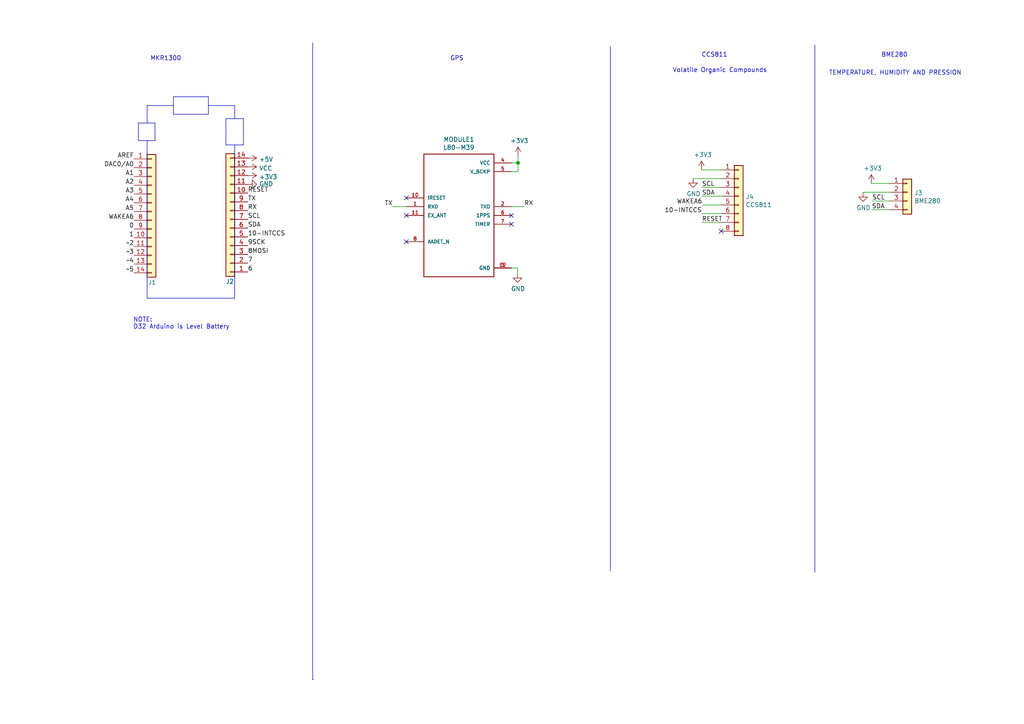
<source format=kicad_sch>
(kicad_sch (version 20230121) (generator eeschema)
  (paper "A4")
  (title_block (title "CaTSatZero") (date "2018-10-01") (rev "v0.3") (company "Electronic Cats") (comment 1 "Andres Sabas"))
  (lib_symbols
    (symbol "CaTSatShield-rescue:+3.3V-power" (power) (pin_names (offset 0))
      (property "Value" "+3.3V-power" (at 0 3.556 0))
      (symbol "+3.3V-power_0_1"
        (polyline (pts (xy -0.762 1.27) (xy 0 2.54)))
        (polyline (pts (xy 0 0) (xy 0 2.54)))
        (polyline (pts (xy 0 2.54) (xy 0.762 1.27)))
      )
      (symbol "+3.3V-power_1_1"
        (pin power_in line (at 0 0 90) (length 0) hide (name "+3V3") (number "1"))
      )
    )
    (symbol "CaTSatShield-rescue:L80-M39-electroniccats" (pin_names (offset 1.016))
      (property "Reference" "MODULE" (at -10.16 20.32 0))
      (property "Value" "electroniccats:L80-M39" (at -10.16 -22.86 0))
      (symbol "L80-M39-electroniccats_0_0"
        (polyline (pts (xy -10.16 -17.78) (xy -10.16 17.78)) (stroke (width 0.254)))
        (polyline (pts (xy -10.16 17.78) (xy 10.16 17.78)) (stroke (width 0.254)))
        (polyline (pts (xy 10.16 -17.78) (xy -10.16 -17.78)) (stroke (width 0.254)))
        (polyline (pts (xy 10.16 17.78) (xy 10.16 -17.78)) (stroke (width 0.254)))
        (pin input line (at -15.24 2.54 0) (length 5.08) (name "RXD") (number "1"))
        (pin input line (at -15.24 5.08 0) (length 5.08) (name "!RESET") (number "10"))
        (pin input line (at -15.24 0 0) (length 5.08) (name "EX_ANT") (number "11"))
        (pin passive line (at 15.24 -15.24 180) (length 5.08) (name "GND") (number "12"))
        (pin output line (at 15.24 2.54 180) (length 5.08) (name "TXD") (number "2"))
        (pin passive line (at 15.24 -15.24 180) (length 5.08) (name "GND") (number "3"))
        (pin input line (at 15.24 15.24 180) (length 5.08) (name "VCC") (number "4"))
        (pin input line (at 15.24 12.7 180) (length 5.08) (name "V_BCKP") (number "5"))
        (pin output line (at 15.24 0 180) (length 5.08) (name "1PPS") (number "6"))
        (pin output line (at 15.24 -2.54 180) (length 5.08) (name "TIMER") (number "7"))
        (pin bidirectional line (at -15.24 -7.62 0) (length 5.08) (name "AADET_N") (number "8"))
      )
    )
    (symbol "Connector_Generic:Conn_01x04" (pin_names (offset 1.016) hide)
      (property "Reference" "J" (at 0 5.08 0))
      (property "Value" "Conn_01x04" (at 0 -7.62 0))
      (symbol "Conn_01x04_1_1"
        (rectangle (start -1.27 -4.953) (end 0 -5.207) (stroke (width 0.1524)))
        (rectangle (start -1.27 -2.413) (end 0 -2.667) (stroke (width 0.1524)))
        (rectangle (start -1.27 0.127) (end 0 -0.127) (stroke (width 0.1524)))
        (rectangle (start -1.27 2.667) (end 0 2.413) (stroke (width 0.1524)))
        (rectangle (start -1.27 3.81) (end 1.27 -6.35) (stroke (width 0.254)) (fill (type background)))
        (pin passive line (at -5.08 2.54 0) (length 3.81) (name "Pin_1") (number "1"))
        (pin passive line (at -5.08 0 0) (length 3.81) (name "Pin_2") (number "2"))
        (pin passive line (at -5.08 -2.54 0) (length 3.81) (name "Pin_3") (number "3"))
        (pin passive line (at -5.08 -5.08 0) (length 3.81) (name "Pin_4") (number "4"))
      )
    )
    (symbol "Connector_Generic:Conn_01x08" (pin_names (offset 1.016) hide)
      (property "Reference" "J" (at 0 10.16 0))
      (property "Value" "Conn_01x08" (at 0 -12.7 0))
      (symbol "Conn_01x08_1_1"
        (rectangle (start -1.27 -10.033) (end 0 -10.287) (stroke (width 0.1524)))
        (rectangle (start -1.27 -7.493) (end 0 -7.747) (stroke (width 0.1524)))
        (rectangle (start -1.27 -4.953) (end 0 -5.207) (stroke (width 0.1524)))
        (rectangle (start -1.27 -2.413) (end 0 -2.667) (stroke (width 0.1524)))
        (rectangle (start -1.27 0.127) (end 0 -0.127) (stroke (width 0.1524)))
        (rectangle (start -1.27 2.667) (end 0 2.413) (stroke (width 0.1524)))
        (rectangle (start -1.27 5.207) (end 0 4.953) (stroke (width 0.1524)))
        (rectangle (start -1.27 7.747) (end 0 7.493) (stroke (width 0.1524)))
        (rectangle (start -1.27 8.89) (end 1.27 -11.43) (stroke (width 0.254)) (fill (type background)))
        (pin passive line (at -5.08 7.62 0) (length 3.81) (name "Pin_1") (number "1"))
        (pin passive line (at -5.08 5.08 0) (length 3.81) (name "Pin_2") (number "2"))
        (pin passive line (at -5.08 2.54 0) (length 3.81) (name "Pin_3") (number "3"))
        (pin passive line (at -5.08 0 0) (length 3.81) (name "Pin_4") (number "4"))
        (pin passive line (at -5.08 -2.54 0) (length 3.81) (name "Pin_5") (number "5"))
        (pin passive line (at -5.08 -5.08 0) (length 3.81) (name "Pin_6") (number "6"))
        (pin passive line (at -5.08 -7.62 0) (length 3.81) (name "Pin_7") (number "7"))
        (pin passive line (at -5.08 -10.16 0) (length 3.81) (name "Pin_8") (number "8"))
      )
    )
    (symbol "Connector_Generic:Conn_01x14" (pin_names (offset 1.016) hide)
      (property "Reference" "J" (at 0 17.78 0))
      (property "Value" "Conn_01x14" (at 0 -20.32 0))
      (symbol "Conn_01x14_1_1"
        (rectangle (start -1.27 -17.653) (end 0 -17.907) (stroke (width 0.1524)))
        (rectangle (start -1.27 -15.113) (end 0 -15.367) (stroke (width 0.1524)))
        (rectangle (start -1.27 -12.573) (end 0 -12.827) (stroke (width 0.1524)))
        (rectangle (start -1.27 -10.033) (end 0 -10.287) (stroke (width 0.1524)))
        (rectangle (start -1.27 -7.493) (end 0 -7.747) (stroke (width 0.1524)))
        (rectangle (start -1.27 -4.953) (end 0 -5.207) (stroke (width 0.1524)))
        (rectangle (start -1.27 -2.413) (end 0 -2.667) (stroke (width 0.1524)))
        (rectangle (start -1.27 0.127) (end 0 -0.127) (stroke (width 0.1524)))
        (rectangle (start -1.27 2.667) (end 0 2.413) (stroke (width 0.1524)))
        (rectangle (start -1.27 5.207) (end 0 4.953) (stroke (width 0.1524)))
        (rectangle (start -1.27 7.747) (end 0 7.493) (stroke (width 0.1524)))
        (rectangle (start -1.27 10.287) (end 0 10.033) (stroke (width 0.1524)))
        (rectangle (start -1.27 12.827) (end 0 12.573) (stroke (width 0.1524)))
        (rectangle (start -1.27 15.367) (end 0 15.113) (stroke (width 0.1524)))
        (rectangle (start -1.27 16.51) (end 1.27 -19.05) (stroke (width 0.254)) (fill (type background)))
        (pin passive line (at -5.08 15.24 0) (length 3.81) (name "Pin_1") (number "1"))
        (pin passive line (at -5.08 -7.62 0) (length 3.81) (name "Pin_10") (number "10"))
        (pin passive line (at -5.08 -10.16 0) (length 3.81) (name "Pin_11") (number "11"))
        (pin passive line (at -5.08 -12.7 0) (length 3.81) (name "Pin_12") (number "12"))
        (pin passive line (at -5.08 -15.24 0) (length 3.81) (name "Pin_13") (number "13"))
        (pin passive line (at -5.08 -17.78 0) (length 3.81) (name "Pin_14") (number "14"))
        (pin passive line (at -5.08 12.7 0) (length 3.81) (name "Pin_2") (number "2"))
        (pin passive line (at -5.08 10.16 0) (length 3.81) (name "Pin_3") (number "3"))
        (pin passive line (at -5.08 7.62 0) (length 3.81) (name "Pin_4") (number "4"))
        (pin passive line (at -5.08 5.08 0) (length 3.81) (name "Pin_5") (number "5"))
        (pin passive line (at -5.08 2.54 0) (length 3.81) (name "Pin_6") (number "6"))
        (pin passive line (at -5.08 0 0) (length 3.81) (name "Pin_7") (number "7"))
        (pin passive line (at -5.08 -2.54 0) (length 3.81) (name "Pin_8") (number "8"))
        (pin passive line (at -5.08 -5.08 0) (length 3.81) (name "Pin_9") (number "9"))
      )
    )
    (symbol "power:+5V" (power) (pin_names (offset 0))
      (property "Value" "+5V" (at 0 3.556 0))
      (symbol "+5V_0_1"
        (polyline (pts (xy -0.762 1.27) (xy 0 2.54)))
        (polyline (pts (xy 0 0) (xy 0 2.54)))
        (polyline (pts (xy 0 2.54) (xy 0.762 1.27)))
      )
      (symbol "+5V_1_1"
        (pin power_in line (at 0 0 90) (length 0) hide (name "+5V") (number "1"))
      )
    )
    (symbol "power:GND" (power) (pin_names (offset 0))
      (property "Value" "GND" (at 0 -3.81 0))
      (symbol "GND_0_1"
        (polyline (pts (xy 0 0) (xy 0 -1.27) (xy 1.27 -1.27) (xy 0 -2.54) (xy -1.27 -1.27) (xy 0 -1.27)))
      )
      (symbol "GND_1_1"
        (pin power_in line (at 0 0 270) (length 0) hide (name "GND") (number "1"))
      )
    )
    (symbol "power:VCC" (power) (pin_names (offset 0))
      (property "Value" "VCC" (at 0 3.81 0))
      (symbol "VCC_0_1"
        (polyline (pts (xy -0.762 1.27) (xy 0 2.54)))
        (polyline (pts (xy 0 0) (xy 0 2.54)))
        (polyline (pts (xy 0 2.54) (xy 0.762 1.27)))
      )
      (symbol "VCC_1_1"
        (pin power_in line (at 0 0 90) (length 0) hide (name "VCC") (number "1"))
      )
    )
  )
  (junction (at 150.241 47.244))
  (no_connect (at 148.336 62.484))
  (no_connect (at 117.856 57.404))
  (no_connect (at 148.336 65.024))
  (no_connect (at 117.856 70.104))
  (no_connect (at 209.169 67.056))
  (no_connect (at 117.856 62.484))
  (wire (pts (xy 148.336 77.724) (xy 150.114 77.724)))
  (polyline (pts (xy 42.672 35.687) (xy 42.672 30.607)))
  (polyline (pts (xy 68.072 34.417) (xy 68.072 30.607)))
  (wire (pts (xy 150.114 77.724) (xy 150.114 79.375)))
  (polyline (pts (xy 60.452 28.067) (xy 60.452 33.147)))
  (wire (pts (xy 250.317 55.753) (xy 250.317 55.88)))
  (wire (pts (xy 201.041 51.816) (xy 209.169 51.816)))
  (wire (pts (xy 209.169 49.276) (xy 203.454 49.276)))
  (polyline (pts (xy 60.452 33.147) (xy 50.292 33.147)))
  (wire (pts (xy 150.241 49.784) (xy 150.241 47.244)))
  (wire (pts (xy 258.064 60.833) (xy 252.857 60.833)))
  (wire (pts (xy 209.169 54.356) (xy 203.581 54.356)))
  (polyline (pts (xy 42.672 86.487) (xy 42.672 40.767)))
  (polyline (pts (xy 42.672 86.487) (xy 68.072 86.487)))
  (wire (pts (xy 117.856 59.944) (xy 113.919 59.944)))
  (polyline (pts (xy 70.612 34.417) (xy 70.612 42.037)))
  (wire (pts (xy 209.169 56.896) (xy 203.581 56.896)))
  (polyline (pts (xy 40.132 35.687) (xy 44.958 35.687)))
  (wire (pts (xy 209.169 61.976) (xy 203.581 61.976)))
  (wire (pts (xy 250.317 55.753) (xy 258.064 55.753)))
  (wire (pts (xy 148.336 49.784) (xy 150.241 49.784)))
  (polyline (pts (xy 40.132 40.767) (xy 40.132 35.687)))
  (wire (pts (xy 209.169 59.436) (xy 203.708 59.436)))
  (wire (pts (xy 150.241 47.244) (xy 150.241 45.212)))
  (wire (pts (xy 209.169 64.516) (xy 203.581 64.516)))
  (polyline (pts (xy 50.292 28.067) (xy 50.292 33.147)))
  (polyline (pts (xy 90.678 12.446) (xy 90.678 197.104)))
  (polyline (pts (xy 65.532 42.037) (xy 65.532 34.417)))
  (wire (pts (xy 148.336 59.944) (xy 152.019 59.944)))
  (polyline (pts (xy 50.292 28.067) (xy 60.452 28.067)))
  (polyline (pts (xy 60.452 30.607) (xy 68.072 30.607)))
  (polyline (pts (xy 90.678 197.104) (xy 90.932 197.104)))
  (polyline (pts (xy 65.532 42.037) (xy 70.612 42.037)))
  (polyline (pts (xy 177.038 13.462) (xy 177.038 165.608)))
  (wire (pts (xy 258.064 53.213) (xy 252.73 53.213)))
  (polyline (pts (xy 236.347 13.081) (xy 236.347 165.989)))
  (polyline (pts (xy 40.132 40.767) (xy 44.958 40.767)))
  (wire (pts (xy 258.064 58.293) (xy 252.984 58.293)))
  (polyline (pts (xy 65.532 34.417) (xy 70.612 34.417)))
  (wire (pts (xy 148.336 47.244) (xy 150.241 47.244)))
  (polyline (pts (xy 68.072 86.487) (xy 68.072 42.037)))
  (polyline (pts (xy 44.958 35.687) (xy 44.958 40.767)))
  (polyline (pts (xy 42.672 30.607) (xy 50.292 30.607)))
  (text "TEMPERATURE, HUMIDITY AND PRESSION" (at 240.411 21.971 0) (effects (font (size 1.27 1.27)) (justify left bottom)))
  (text "Volatile Organic Compounds" (at 195.072 21.209 0) (effects (font (size 1.27 1.27)) (justify left bottom)))
  (text "NOTE: \nD32 Arduino is Level Battery" (at 38.608 95.631 0) (effects (font (size 1.27 1.27)) (justify left bottom)))
  (text "BME280" (at 263.271 16.764 0) (effects (font (size 1.27 1.27)) (justify right bottom)))
  (text "GPS" (at 130.556 17.78 0) (effects (font (size 1.27 1.27)) (justify left bottom)))
  (text "CCS811" (at 203.454 16.764 0) (effects (font (size 1.27 1.27)) (justify left bottom)))
  (text "MKR1300" (at 43.561 17.78 0) (effects (font (size 1.27 1.27)) (justify left bottom)))
  (label "RESET" (at 203.581 64.516 0))
  (label "SDA" (at 71.882 66.167 0))
  (label "TX" (at 113.919 59.944 180))
  (label "1" (at 38.862 68.961 180))
  (label "RX" (at 71.882 61.087 0))
  (label "SCL" (at 71.882 63.627 0))
  (label "DAC0/A0" (at 38.862 48.641 180))
  (label "~2" (at 38.862 71.501 180))
  (label "A2" (at 38.862 53.721 180))
  (label "SDA" (at 203.581 56.896 0))
  (label "RX" (at 152.019 59.944 0))
  (label "8MOSI" (at 71.882 73.787 0))
  (label "A3" (at 38.862 56.261 180))
  (label "SDA" (at 252.857 60.833 0))
  (label "A1" (at 38.862 51.181 180))
  (label "6" (at 71.882 78.867 0))
  (label "SCL" (at 203.581 54.356 0))
  (label "~4" (at 38.862 76.581 180))
  (label "0" (at 38.862 66.421 180))
  (label "7" (at 71.882 76.327 0))
  (label "A4" (at 38.862 58.801 180))
  (label "~3" (at 38.862 74.041 180))
  (label "AREF" (at 38.862 46.101 180))
  (label "10-INTCCS" (at 71.882 68.707 0))
  (label "WAKEA6" (at 203.708 59.436 180))
  (label "WAKEA6" (at 38.862 63.881 180))
  (label "A5" (at 38.862 61.341 180))
  (label "10-INTCCS" (at 203.581 61.976 180))
  (label "9SCK" (at 71.882 71.247 0))
  (label "TX" (at 71.882 58.547 0))
  (label "~5" (at 38.862 79.121 180))
  (label "SCL" (at 252.984 58.293 0))
  (label "RESET" (at 71.882 56.007 0))
  (symbol (lib_id "power:+5V") (at 71.882 45.847 270) (unit 1)
    (property "Reference" "#PWR02" (effects hide))
    (property "Value" "+5V" (at 75.1332 46.228 90) (effects (justify left)))
  )
  (symbol (lib_id "CaTSatShield-rescue:+3.3V-power") (at 71.882 50.927 270) (unit 1)
    (property "Reference" "#PWR04" (effects hide))
    (property "Value" "+3.3V" (at 75.1332 51.308 90) (effects (justify left)))
  )
  (symbol (lib_id "Connector_Generic:Conn_01x14") (at 43.942 61.341 0) (unit 1)
    (property "Reference" "J1" (at 42.926 81.915 0) (effects (justify left)))
    (property "Value" " " (at 42.418 84.201 0) (effects (justify left)))
    (property "Footprint" "Pines:61301411121" (effects hide))
  )
  (symbol (lib_id "Connector_Generic:Conn_01x14") (at 66.802 63.627 180) (unit 1)
    (property "Reference" "J2" (at 66.675 81.661 0))
    (property "Value" " " (at 66.548 83.693 0))
    (property "Footprint" "Pines:61301411121" (effects hide))
  )
  (symbol (lib_id "power:GND") (at 71.882 53.467 90) (unit 1)
    (property "Reference" "#PWR05" (effects hide))
    (property "Value" "GND" (at 75.1332 53.34 90) (effects (justify right)))
  )
  (symbol (lib_id "power:VCC") (at 71.882 48.387 270) (unit 1)
    (property "Reference" "#PWR03" (effects hide))
    (property "Value" "VCC" (at 75.1332 48.8188 90) (effects (justify left)))
  )
  (symbol (lib_id "CaTSatShield-rescue:L80-M39-electroniccats") (at 133.096 62.484 0) (unit 1)
    (property "Reference" "MODULE1" (at 133.096 40.4622 0))
    (property "Value" "L80-M39" (at 133.096 42.7736 0))
    (property "Footprint" "Rf:QUECTEL_L80-M39" (effects hide))
    (property "Datasheet" "9.01 USD" (effects hide))
    (property "MP" "L80-M39" (effects hide))
    (property "Availability" "Warning" (effects hide))
    (property "Description" "GPS Receiver 1575.42MHz 3.3V 12-Pin" (effects hide))
    (property "Package" "None" (effects hide))
    (property "MF" "Quectel" (effects hide))
  )
  (symbol (lib_id "power:GND") (at 150.114 79.375 0) (unit 1)
    (property "Reference" "#PWR06" (effects hide))
    (property "Value" "GND" (at 150.241 83.7692 0))
  )
  (symbol (lib_id "CaTSatShield-rescue:+3.3V-power") (at 150.241 45.212 0) (unit 1)
    (property "Reference" "#PWR01" (effects hide))
    (property "Value" "+3.3V" (at 150.622 40.8178 0))
  )
  (symbol (lib_id "Connector_Generic:Conn_01x08") (at 214.249 56.896 0) (unit 1)
    (property "Reference" "J4" (at 216.2556 57.0992 0) (effects (justify left)))
    (property "Value" "CCS811" (at 216.2556 59.4106 0) (effects (justify left)))
    (property "Footprint" "Pin_Headers:Pin_Header_Straight_1x07_Pitch2.54mm" (effects hide))
  )
  (symbol (lib_id "Connector_Generic:Conn_01x04") (at 263.144 55.753 0) (unit 1)
    (property "Reference" "J3" (at 265.176 55.9562 0) (effects (justify left)))
    (property "Value" "BME280" (at 265.176 58.2676 0) (effects (justify left)))
    (property "Footprint" "Connector_PinSocket_2.54mm:PinSocket_1x04_P2.54mm_Vertical" (effects hide))
  )
  (symbol (lib_id "power:GND") (at 201.041 51.816 0) (unit 1)
    (property "Reference" "#PWR0101" (effects hide))
    (property "Value" "GND" (at 201.168 56.2102 0))
  )
  (symbol (lib_id "power:GND") (at 250.317 55.88 0) (unit 1)
    (property "Reference" "#PWR0104" (effects hide))
    (property "Value" "GND" (at 250.444 60.2742 0))
  )
  (symbol (lib_id "CaTSatShield-rescue:+3.3V-power") (at 203.454 49.276 0) (unit 1)
    (property "Reference" "#PWR0102" (effects hide))
    (property "Value" "+3.3V" (at 203.835 44.8818 0))
  )
  (symbol (lib_id "CaTSatShield-rescue:+3.3V-power") (at 252.73 53.213 0) (unit 1)
    (property "Reference" "#PWR0103" (effects hide))
    (property "Value" "+3.3V" (at 253.111 48.8188 0))
  )
)
</source>
